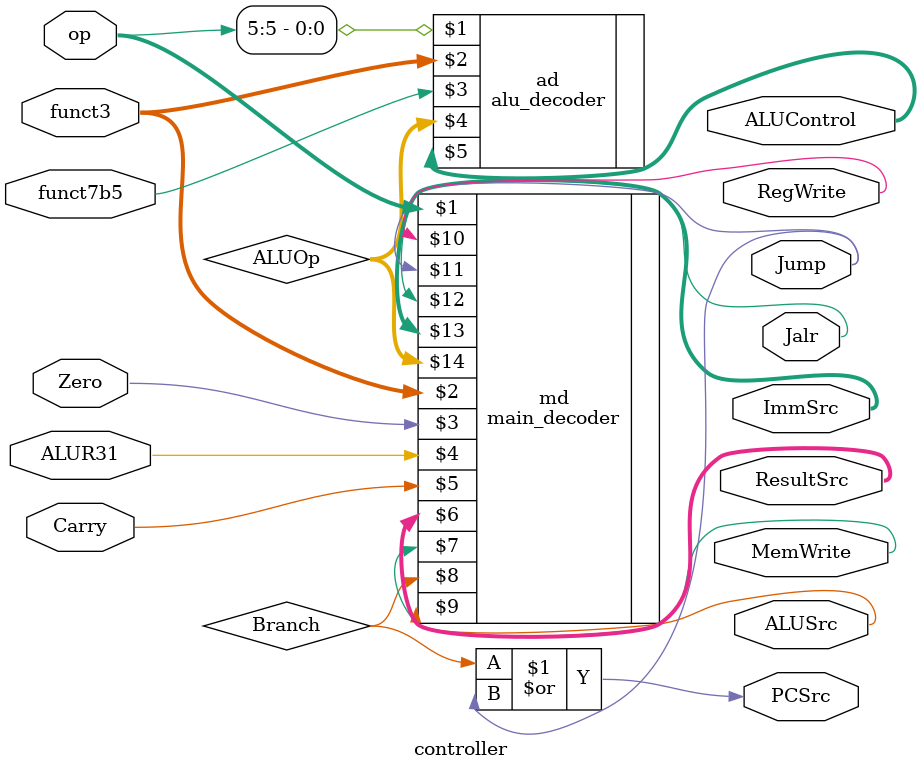
<source format=v>


module controller (
    input [6:0]  op,
    input [2:0]  funct3,
    input        funct7b5,
    input        Zero, ALUR31, Carry,
    output       [1:0] ResultSrc,
    output       MemWrite,
    output       PCSrc, ALUSrc,
    output       RegWrite, Jump, Jalr,
    output [1:0] ImmSrc,
    output [3:0] ALUControl
);

wire [1:0] ALUOp;
wire       Branch;

main_decoder    md (op, funct3, Zero, ALUR31, Carry, ResultSrc, MemWrite, Branch,
                    ALUSrc, RegWrite, Jump, Jalr, ImmSrc, ALUOp);

alu_decoder     ad (op[5], funct3, funct7b5, ALUOp, ALUControl);

// for jump and branch
assign PCSrc = Branch | Jump;

endmodule


</source>
